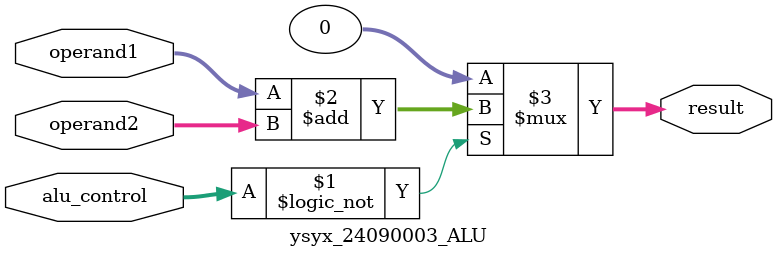
<source format=v>
(*dont_touch = "true"*)  // Prevent synthesis tool from optimizing the module
module ysyx_24090003_ALU(
    input [31:0] operand1,
    input [31:0] operand2,
    input [2:0] alu_control,
    output  [31:0] result
);
assign result=(alu_control == 3'b000) ? operand1 + operand2 :
       0;
            
endmodule

</source>
